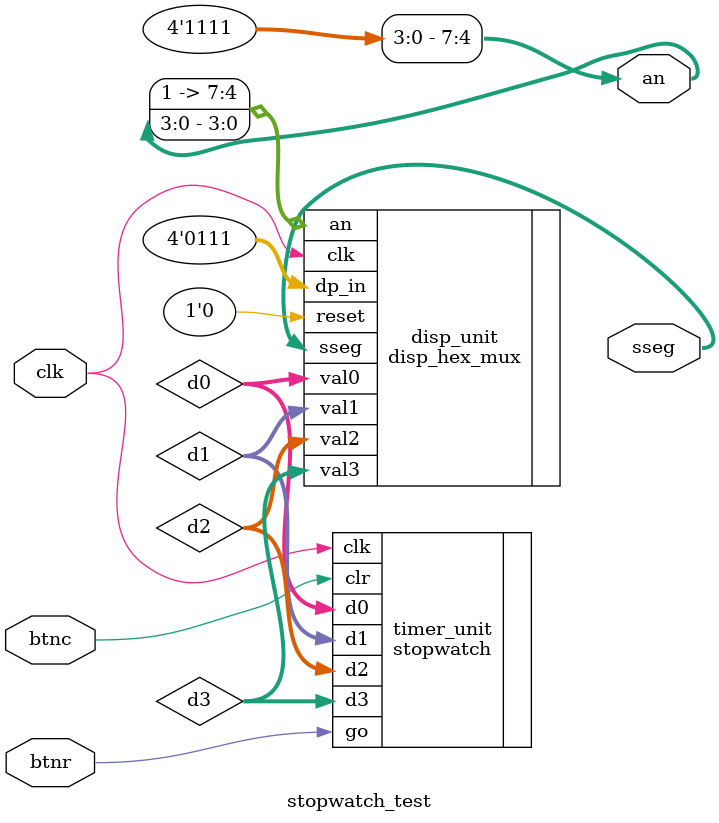
<source format=sv>
`timescale 1ns / 1ps


module stopwatch_test(
        input logic clk,
        input logic btnr, btnc,
        output logic [7:0] an,
        output logic [7:0] sseg
    );
    
    // signal declaration
    logic [3:0] d3, d2, d1, d0;
    assign an[7:4] = 4'b1111;       // Disable Display 2 LEDs
    
    // Create Hex Display Item Display Unit
    disp_hex_mux disp_unit (.clk(clk), .reset(1'b0), .val3(d3), .val2(d2),
                            .val1(d1), .val0(d0), .dp_in(4'b0111), .an(an), .sseg(sseg));
                            
    // Create Stopwatch Timer Unit
    stopwatch timer_unit (.clk(clk), .go(btnr), .clr(btnc),
                          .d3(d3), .d2(d2), .d1(d1), .d0(d0));
    
endmodule

</source>
